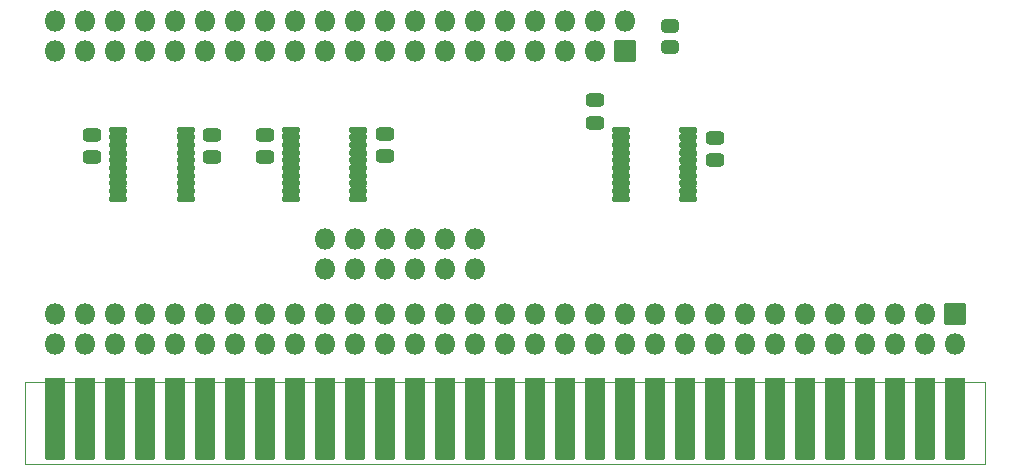
<source format=gbr>
G04 #@! TF.GenerationSoftware,KiCad,Pcbnew,(6.0.5-0)*
G04 #@! TF.CreationDate,2022-06-11T14:47:18-06:00*
G04 #@! TF.ProjectId,PiGUS,50694755-532e-46b6-9963-61645f706362,rev?*
G04 #@! TF.SameCoordinates,Original*
G04 #@! TF.FileFunction,Soldermask,Top*
G04 #@! TF.FilePolarity,Negative*
%FSLAX46Y46*%
G04 Gerber Fmt 4.6, Leading zero omitted, Abs format (unit mm)*
G04 Created by KiCad (PCBNEW (6.0.5-0)) date 2022-06-11 14:47:18*
%MOMM*%
%LPD*%
G01*
G04 APERTURE LIST*
G04 Aperture macros list*
%AMRoundRect*
0 Rectangle with rounded corners*
0 $1 Rounding radius*
0 $2 $3 $4 $5 $6 $7 $8 $9 X,Y pos of 4 corners*
0 Add a 4 corners polygon primitive as box body*
4,1,4,$2,$3,$4,$5,$6,$7,$8,$9,$2,$3,0*
0 Add four circle primitives for the rounded corners*
1,1,$1+$1,$2,$3*
1,1,$1+$1,$4,$5*
1,1,$1+$1,$6,$7*
1,1,$1+$1,$8,$9*
0 Add four rect primitives between the rounded corners*
20,1,$1+$1,$2,$3,$4,$5,0*
20,1,$1+$1,$4,$5,$6,$7,0*
20,1,$1+$1,$6,$7,$8,$9,0*
20,1,$1+$1,$8,$9,$2,$3,0*%
G04 Aperture macros list end*
%ADD10C,0.100000*%
%ADD11RoundRect,0.051000X-0.762000X-3.429000X0.762000X-3.429000X0.762000X3.429000X-0.762000X3.429000X0*%
%ADD12RoundRect,0.051000X-0.850000X0.850000X-0.850000X-0.850000X0.850000X-0.850000X0.850000X0.850000X0*%
%ADD13O,1.802000X1.802000*%
%ADD14RoundRect,0.301000X-0.450000X0.262500X-0.450000X-0.262500X0.450000X-0.262500X0.450000X0.262500X0*%
%ADD15RoundRect,0.151000X-0.637500X-0.100000X0.637500X-0.100000X0.637500X0.100000X-0.637500X0.100000X0*%
%ADD16RoundRect,0.301000X-0.475000X0.250000X-0.475000X-0.250000X0.475000X-0.250000X0.475000X0.250000X0*%
%ADD17RoundRect,0.301000X0.475000X-0.250000X0.475000X0.250000X-0.475000X0.250000X-0.475000X-0.250000X0*%
G04 APERTURE END LIST*
D10*
X89535000Y-86995000D02*
X170815000Y-86995000D01*
X170815000Y-86995000D02*
X170815000Y-86995000D01*
X170815000Y-86995000D02*
X89535000Y-86995000D01*
X89535000Y-86995000D02*
X89535000Y-86995000D01*
X89535000Y-93980000D02*
X89535000Y-93980000D01*
X89535000Y-93980000D02*
X89535000Y-86995000D01*
X89535000Y-86995000D02*
X89535000Y-86995000D01*
X89535000Y-86995000D02*
X89535000Y-93980000D01*
X170815000Y-86995000D02*
X170815000Y-86995000D01*
X170815000Y-86995000D02*
X170815000Y-93980000D01*
X170815000Y-93980000D02*
X170815000Y-93980000D01*
X170815000Y-93980000D02*
X170815000Y-86995000D01*
X170815000Y-93980000D02*
X89535000Y-93980000D01*
X89535000Y-93980000D02*
X89535000Y-93980000D01*
X89535000Y-93980000D02*
X170815000Y-93980000D01*
X170815000Y-93980000D02*
X170815000Y-93980000D01*
X89535000Y-86995000D02*
X170815000Y-86995000D01*
X170815000Y-86995000D02*
X170815000Y-86995000D01*
X170815000Y-86995000D02*
X89535000Y-86995000D01*
X89535000Y-86995000D02*
X89535000Y-86995000D01*
X89535000Y-93980000D02*
X89535000Y-93980000D01*
X89535000Y-93980000D02*
X89535000Y-86995000D01*
X89535000Y-86995000D02*
X89535000Y-86995000D01*
X89535000Y-86995000D02*
X89535000Y-93980000D01*
X170815000Y-86995000D02*
X170815000Y-86995000D01*
X170815000Y-86995000D02*
X170815000Y-93980000D01*
X170815000Y-93980000D02*
X170815000Y-93980000D01*
X170815000Y-93980000D02*
X170815000Y-86995000D01*
X170815000Y-93980000D02*
X89535000Y-93980000D01*
X89535000Y-93980000D02*
X89535000Y-93980000D01*
X89535000Y-93980000D02*
X170815000Y-93980000D01*
X170815000Y-93980000D02*
X170815000Y-93980000D01*
D11*
X168275000Y-90170000D03*
X165735000Y-90170000D03*
X163195000Y-90170000D03*
X160655000Y-90170000D03*
X158115000Y-90170000D03*
X155575000Y-90170000D03*
X153035000Y-90170000D03*
X150495000Y-90170000D03*
X147955000Y-90170000D03*
X145415000Y-90170000D03*
X142875000Y-90170000D03*
X140335000Y-90170000D03*
X137795000Y-90170000D03*
X135255000Y-90170000D03*
X132715000Y-90170000D03*
X130175000Y-90170000D03*
X127635000Y-90170000D03*
X125095000Y-90170000D03*
X122555000Y-90170000D03*
X120015000Y-90170000D03*
X117475000Y-90170000D03*
X114935000Y-90170000D03*
X112395000Y-90170000D03*
X109855000Y-90170000D03*
X107315000Y-90170000D03*
X104775000Y-90170000D03*
X102235000Y-90170000D03*
X99695000Y-90170000D03*
X97155000Y-90170000D03*
X94615000Y-90170000D03*
X92075000Y-90170000D03*
D12*
X140330000Y-59050000D03*
D13*
X140330000Y-56510000D03*
X137790000Y-59050000D03*
X137790000Y-56510000D03*
X135250000Y-59050000D03*
X135250000Y-56510000D03*
X132710000Y-59050000D03*
X132710000Y-56510000D03*
X130170000Y-59050000D03*
X130170000Y-56510000D03*
X127630000Y-59050000D03*
X127630000Y-56510000D03*
X125090000Y-59050000D03*
X125090000Y-56510000D03*
X122550000Y-59050000D03*
X122550000Y-56510000D03*
X120010000Y-59050000D03*
X120010000Y-56510000D03*
X117470000Y-59050000D03*
X117470000Y-56510000D03*
X114930000Y-59050000D03*
X114930000Y-56510000D03*
X112390000Y-59050000D03*
X112390000Y-56510000D03*
X109850000Y-59050000D03*
X109850000Y-56510000D03*
X107310000Y-59050000D03*
X107310000Y-56510000D03*
X104770000Y-59050000D03*
X104770000Y-56510000D03*
X102230000Y-59050000D03*
X102230000Y-56510000D03*
X99690000Y-59050000D03*
X99690000Y-56510000D03*
X97150000Y-59050000D03*
X97150000Y-56510000D03*
X94610000Y-59050000D03*
X94610000Y-56510000D03*
X92070000Y-59050000D03*
X92070000Y-56510000D03*
D14*
X144145000Y-56872500D03*
X144145000Y-58697500D03*
D15*
X112072500Y-65655000D03*
X112072500Y-66305000D03*
X112072500Y-66955000D03*
X112072500Y-67605000D03*
X112072500Y-68255000D03*
X112072500Y-68905000D03*
X112072500Y-69555000D03*
X112072500Y-70205000D03*
X112072500Y-70855000D03*
X112072500Y-71505000D03*
X117797500Y-71505000D03*
X117797500Y-70855000D03*
X117797500Y-70205000D03*
X117797500Y-69555000D03*
X117797500Y-68905000D03*
X117797500Y-68255000D03*
X117797500Y-67605000D03*
X117797500Y-66955000D03*
X117797500Y-66305000D03*
X117797500Y-65655000D03*
D16*
X109855000Y-66097500D03*
X109855000Y-67997500D03*
D15*
X97467500Y-65655000D03*
X97467500Y-66305000D03*
X97467500Y-66955000D03*
X97467500Y-67605000D03*
X97467500Y-68255000D03*
X97467500Y-68905000D03*
X97467500Y-69555000D03*
X97467500Y-70205000D03*
X97467500Y-70855000D03*
X97467500Y-71505000D03*
X103192500Y-71505000D03*
X103192500Y-70855000D03*
X103192500Y-70205000D03*
X103192500Y-69555000D03*
X103192500Y-68905000D03*
X103192500Y-68255000D03*
X103192500Y-67605000D03*
X103192500Y-66955000D03*
X103192500Y-66305000D03*
X103192500Y-65655000D03*
D16*
X120015000Y-66040000D03*
X120015000Y-67940000D03*
D15*
X140012500Y-65655000D03*
X140012500Y-66305000D03*
X140012500Y-66955000D03*
X140012500Y-67605000D03*
X140012500Y-68255000D03*
X140012500Y-68905000D03*
X140012500Y-69555000D03*
X140012500Y-70205000D03*
X140012500Y-70855000D03*
X140012500Y-71505000D03*
X145737500Y-71505000D03*
X145737500Y-70855000D03*
X145737500Y-70205000D03*
X145737500Y-69555000D03*
X145737500Y-68905000D03*
X145737500Y-68255000D03*
X145737500Y-67605000D03*
X145737500Y-66955000D03*
X145737500Y-66305000D03*
X145737500Y-65655000D03*
D16*
X105410000Y-66097500D03*
X105410000Y-67997500D03*
D13*
X114935000Y-77475000D03*
X114935000Y-74935000D03*
X117475000Y-77475000D03*
X117475000Y-74935000D03*
X120015000Y-77475000D03*
X120015000Y-74935000D03*
X122555000Y-77475000D03*
X122555000Y-74935000D03*
X125095000Y-77475000D03*
X125095000Y-74935000D03*
X127635000Y-77475000D03*
X127635000Y-74935000D03*
D16*
X95250000Y-66097500D03*
X95250000Y-67997500D03*
D17*
X137795000Y-65085000D03*
X137795000Y-63185000D03*
D12*
X168275000Y-81275000D03*
D13*
X165735000Y-81275000D03*
X163195000Y-81275000D03*
X160655000Y-81275000D03*
X158115000Y-81275000D03*
X155575000Y-81275000D03*
X153035000Y-81275000D03*
X150495000Y-81275000D03*
X147955000Y-81275000D03*
X145415000Y-81275000D03*
X142875000Y-81275000D03*
X140335000Y-81275000D03*
X137795000Y-81275000D03*
X135255000Y-81275000D03*
X132715000Y-81275000D03*
X130175000Y-81275000D03*
X127635000Y-81275000D03*
X125095000Y-81275000D03*
X122555000Y-81275000D03*
X120015000Y-81275000D03*
X117475000Y-81275000D03*
X114935000Y-81275000D03*
X112395000Y-81275000D03*
X109855000Y-81275000D03*
X107315000Y-81275000D03*
X104775000Y-81275000D03*
X102235000Y-81275000D03*
X99695000Y-81275000D03*
X97155000Y-81275000D03*
X94615000Y-81275000D03*
X92075000Y-81275000D03*
X168275000Y-83815000D03*
X165735000Y-83815000D03*
X163195000Y-83815000D03*
X160655000Y-83815000D03*
X158115000Y-83815000D03*
X155575000Y-83815000D03*
X153035000Y-83815000D03*
X150495000Y-83815000D03*
X147955000Y-83815000D03*
X145415000Y-83815000D03*
X142875000Y-83815000D03*
X140335000Y-83815000D03*
X137795000Y-83815000D03*
X135255000Y-83815000D03*
X132715000Y-83815000D03*
X130175000Y-83815000D03*
X127635000Y-83815000D03*
X125095000Y-83815000D03*
X122555000Y-83815000D03*
X120015000Y-83815000D03*
X117475000Y-83815000D03*
X114935000Y-83815000D03*
X112395000Y-83815000D03*
X109855000Y-83815000D03*
X107315000Y-83815000D03*
X104775000Y-83815000D03*
X102235000Y-83815000D03*
X99695000Y-83815000D03*
X97155000Y-83815000D03*
X94615000Y-83815000D03*
X92075000Y-83815000D03*
D16*
X147955000Y-66360000D03*
X147955000Y-68260000D03*
G36*
X98182587Y-71082477D02*
G01*
X98182126Y-71083891D01*
X98142803Y-71130944D01*
X98134170Y-71199660D01*
X98164133Y-71262289D01*
X98172803Y-71269800D01*
X98173457Y-71271690D01*
X98172147Y-71273202D01*
X98170382Y-71272975D01*
X98162006Y-71267379D01*
X98104801Y-71256000D01*
X96830199Y-71256000D01*
X96772994Y-71267379D01*
X96755520Y-71279055D01*
X96753524Y-71279186D01*
X96752413Y-71277523D01*
X96752874Y-71276109D01*
X96792197Y-71229056D01*
X96800830Y-71160340D01*
X96770867Y-71097711D01*
X96762197Y-71090200D01*
X96761543Y-71088310D01*
X96762853Y-71086798D01*
X96764618Y-71087025D01*
X96772994Y-71092621D01*
X96830199Y-71104000D01*
X98104801Y-71104000D01*
X98162006Y-71092621D01*
X98179480Y-71080945D01*
X98181476Y-71080814D01*
X98182587Y-71082477D01*
G37*
G36*
X146452587Y-71082477D02*
G01*
X146452126Y-71083891D01*
X146412803Y-71130944D01*
X146404170Y-71199660D01*
X146434133Y-71262289D01*
X146442803Y-71269800D01*
X146443457Y-71271690D01*
X146442147Y-71273202D01*
X146440382Y-71272975D01*
X146432006Y-71267379D01*
X146374801Y-71256000D01*
X145100199Y-71256000D01*
X145042994Y-71267379D01*
X145025520Y-71279055D01*
X145023524Y-71279186D01*
X145022413Y-71277523D01*
X145022874Y-71276109D01*
X145062197Y-71229056D01*
X145070830Y-71160340D01*
X145040867Y-71097711D01*
X145032197Y-71090200D01*
X145031543Y-71088310D01*
X145032853Y-71086798D01*
X145034618Y-71087025D01*
X145042994Y-71092621D01*
X145100199Y-71104000D01*
X146374801Y-71104000D01*
X146432006Y-71092621D01*
X146449480Y-71080945D01*
X146451476Y-71080814D01*
X146452587Y-71082477D01*
G37*
G36*
X118512587Y-71082477D02*
G01*
X118512126Y-71083891D01*
X118472803Y-71130944D01*
X118464170Y-71199660D01*
X118494133Y-71262289D01*
X118502803Y-71269800D01*
X118503457Y-71271690D01*
X118502147Y-71273202D01*
X118500382Y-71272975D01*
X118492006Y-71267379D01*
X118434801Y-71256000D01*
X117160199Y-71256000D01*
X117102994Y-71267379D01*
X117085520Y-71279055D01*
X117083524Y-71279186D01*
X117082413Y-71277523D01*
X117082874Y-71276109D01*
X117122197Y-71229056D01*
X117130830Y-71160340D01*
X117100867Y-71097711D01*
X117092197Y-71090200D01*
X117091543Y-71088310D01*
X117092853Y-71086798D01*
X117094618Y-71087025D01*
X117102994Y-71092621D01*
X117160199Y-71104000D01*
X118434801Y-71104000D01*
X118492006Y-71092621D01*
X118509480Y-71080945D01*
X118511476Y-71080814D01*
X118512587Y-71082477D01*
G37*
G36*
X112787587Y-71082477D02*
G01*
X112787126Y-71083891D01*
X112747803Y-71130944D01*
X112739170Y-71199660D01*
X112769133Y-71262289D01*
X112777803Y-71269800D01*
X112778457Y-71271690D01*
X112777147Y-71273202D01*
X112775382Y-71272975D01*
X112767006Y-71267379D01*
X112709801Y-71256000D01*
X111435199Y-71256000D01*
X111377994Y-71267379D01*
X111360520Y-71279055D01*
X111358524Y-71279186D01*
X111357413Y-71277523D01*
X111357874Y-71276109D01*
X111397197Y-71229056D01*
X111405830Y-71160340D01*
X111375867Y-71097711D01*
X111367197Y-71090200D01*
X111366543Y-71088310D01*
X111367853Y-71086798D01*
X111369618Y-71087025D01*
X111377994Y-71092621D01*
X111435199Y-71104000D01*
X112709801Y-71104000D01*
X112767006Y-71092621D01*
X112784480Y-71080945D01*
X112786476Y-71080814D01*
X112787587Y-71082477D01*
G37*
G36*
X140727587Y-71082477D02*
G01*
X140727126Y-71083891D01*
X140687803Y-71130944D01*
X140679170Y-71199660D01*
X140709133Y-71262289D01*
X140717803Y-71269800D01*
X140718457Y-71271690D01*
X140717147Y-71273202D01*
X140715382Y-71272975D01*
X140707006Y-71267379D01*
X140649801Y-71256000D01*
X139375199Y-71256000D01*
X139317994Y-71267379D01*
X139300520Y-71279055D01*
X139298524Y-71279186D01*
X139297413Y-71277523D01*
X139297874Y-71276109D01*
X139337197Y-71229056D01*
X139345830Y-71160340D01*
X139315867Y-71097711D01*
X139307197Y-71090200D01*
X139306543Y-71088310D01*
X139307853Y-71086798D01*
X139309618Y-71087025D01*
X139317994Y-71092621D01*
X139375199Y-71104000D01*
X140649801Y-71104000D01*
X140707006Y-71092621D01*
X140724480Y-71080945D01*
X140726476Y-71080814D01*
X140727587Y-71082477D01*
G37*
G36*
X103907587Y-71082477D02*
G01*
X103907126Y-71083891D01*
X103867803Y-71130944D01*
X103859170Y-71199660D01*
X103889133Y-71262289D01*
X103897803Y-71269800D01*
X103898457Y-71271690D01*
X103897147Y-71273202D01*
X103895382Y-71272975D01*
X103887006Y-71267379D01*
X103829801Y-71256000D01*
X102555199Y-71256000D01*
X102497994Y-71267379D01*
X102480520Y-71279055D01*
X102478524Y-71279186D01*
X102477413Y-71277523D01*
X102477874Y-71276109D01*
X102517197Y-71229056D01*
X102525830Y-71160340D01*
X102495867Y-71097711D01*
X102487197Y-71090200D01*
X102486543Y-71088310D01*
X102487853Y-71086798D01*
X102489618Y-71087025D01*
X102497994Y-71092621D01*
X102555199Y-71104000D01*
X103829801Y-71104000D01*
X103887006Y-71092621D01*
X103904480Y-71080945D01*
X103906476Y-71080814D01*
X103907587Y-71082477D01*
G37*
G36*
X118512587Y-70432477D02*
G01*
X118512126Y-70433891D01*
X118472803Y-70480944D01*
X118464170Y-70549660D01*
X118494133Y-70612289D01*
X118502803Y-70619800D01*
X118503457Y-70621690D01*
X118502147Y-70623202D01*
X118500382Y-70622975D01*
X118492006Y-70617379D01*
X118434801Y-70606000D01*
X117160199Y-70606000D01*
X117102994Y-70617379D01*
X117085520Y-70629055D01*
X117083524Y-70629186D01*
X117082413Y-70627523D01*
X117082874Y-70626109D01*
X117122197Y-70579056D01*
X117130830Y-70510340D01*
X117100867Y-70447711D01*
X117092197Y-70440200D01*
X117091543Y-70438310D01*
X117092853Y-70436798D01*
X117094618Y-70437025D01*
X117102994Y-70442621D01*
X117160199Y-70454000D01*
X118434801Y-70454000D01*
X118492006Y-70442621D01*
X118509480Y-70430945D01*
X118511476Y-70430814D01*
X118512587Y-70432477D01*
G37*
G36*
X112787587Y-70432477D02*
G01*
X112787126Y-70433891D01*
X112747803Y-70480944D01*
X112739170Y-70549660D01*
X112769133Y-70612289D01*
X112777803Y-70619800D01*
X112778457Y-70621690D01*
X112777147Y-70623202D01*
X112775382Y-70622975D01*
X112767006Y-70617379D01*
X112709801Y-70606000D01*
X111435199Y-70606000D01*
X111377994Y-70617379D01*
X111360520Y-70629055D01*
X111358524Y-70629186D01*
X111357413Y-70627523D01*
X111357874Y-70626109D01*
X111397197Y-70579056D01*
X111405830Y-70510340D01*
X111375867Y-70447711D01*
X111367197Y-70440200D01*
X111366543Y-70438310D01*
X111367853Y-70436798D01*
X111369618Y-70437025D01*
X111377994Y-70442621D01*
X111435199Y-70454000D01*
X112709801Y-70454000D01*
X112767006Y-70442621D01*
X112784480Y-70430945D01*
X112786476Y-70430814D01*
X112787587Y-70432477D01*
G37*
G36*
X140727587Y-70432477D02*
G01*
X140727126Y-70433891D01*
X140687803Y-70480944D01*
X140679170Y-70549660D01*
X140709133Y-70612289D01*
X140717803Y-70619800D01*
X140718457Y-70621690D01*
X140717147Y-70623202D01*
X140715382Y-70622975D01*
X140707006Y-70617379D01*
X140649801Y-70606000D01*
X139375199Y-70606000D01*
X139317994Y-70617379D01*
X139300520Y-70629055D01*
X139298524Y-70629186D01*
X139297413Y-70627523D01*
X139297874Y-70626109D01*
X139337197Y-70579056D01*
X139345830Y-70510340D01*
X139315867Y-70447711D01*
X139307197Y-70440200D01*
X139306543Y-70438310D01*
X139307853Y-70436798D01*
X139309618Y-70437025D01*
X139317994Y-70442621D01*
X139375199Y-70454000D01*
X140649801Y-70454000D01*
X140707006Y-70442621D01*
X140724480Y-70430945D01*
X140726476Y-70430814D01*
X140727587Y-70432477D01*
G37*
G36*
X98182587Y-70432477D02*
G01*
X98182126Y-70433891D01*
X98142803Y-70480944D01*
X98134170Y-70549660D01*
X98164133Y-70612289D01*
X98172803Y-70619800D01*
X98173457Y-70621690D01*
X98172147Y-70623202D01*
X98170382Y-70622975D01*
X98162006Y-70617379D01*
X98104801Y-70606000D01*
X96830199Y-70606000D01*
X96772994Y-70617379D01*
X96755520Y-70629055D01*
X96753524Y-70629186D01*
X96752413Y-70627523D01*
X96752874Y-70626109D01*
X96792197Y-70579056D01*
X96800830Y-70510340D01*
X96770867Y-70447711D01*
X96762197Y-70440200D01*
X96761543Y-70438310D01*
X96762853Y-70436798D01*
X96764618Y-70437025D01*
X96772994Y-70442621D01*
X96830199Y-70454000D01*
X98104801Y-70454000D01*
X98162006Y-70442621D01*
X98179480Y-70430945D01*
X98181476Y-70430814D01*
X98182587Y-70432477D01*
G37*
G36*
X103907587Y-70432477D02*
G01*
X103907126Y-70433891D01*
X103867803Y-70480944D01*
X103859170Y-70549660D01*
X103889133Y-70612289D01*
X103897803Y-70619800D01*
X103898457Y-70621690D01*
X103897147Y-70623202D01*
X103895382Y-70622975D01*
X103887006Y-70617379D01*
X103829801Y-70606000D01*
X102555199Y-70606000D01*
X102497994Y-70617379D01*
X102480520Y-70629055D01*
X102478524Y-70629186D01*
X102477413Y-70627523D01*
X102477874Y-70626109D01*
X102517197Y-70579056D01*
X102525830Y-70510340D01*
X102495867Y-70447711D01*
X102487197Y-70440200D01*
X102486543Y-70438310D01*
X102487853Y-70436798D01*
X102489618Y-70437025D01*
X102497994Y-70442621D01*
X102555199Y-70454000D01*
X103829801Y-70454000D01*
X103887006Y-70442621D01*
X103904480Y-70430945D01*
X103906476Y-70430814D01*
X103907587Y-70432477D01*
G37*
G36*
X146452587Y-70432477D02*
G01*
X146452126Y-70433891D01*
X146412803Y-70480944D01*
X146404170Y-70549660D01*
X146434133Y-70612289D01*
X146442803Y-70619800D01*
X146443457Y-70621690D01*
X146442147Y-70623202D01*
X146440382Y-70622975D01*
X146432006Y-70617379D01*
X146374801Y-70606000D01*
X145100199Y-70606000D01*
X145042994Y-70617379D01*
X145025520Y-70629055D01*
X145023524Y-70629186D01*
X145022413Y-70627523D01*
X145022874Y-70626109D01*
X145062197Y-70579056D01*
X145070830Y-70510340D01*
X145040867Y-70447711D01*
X145032197Y-70440200D01*
X145031543Y-70438310D01*
X145032853Y-70436798D01*
X145034618Y-70437025D01*
X145042994Y-70442621D01*
X145100199Y-70454000D01*
X146374801Y-70454000D01*
X146432006Y-70442621D01*
X146449480Y-70430945D01*
X146451476Y-70430814D01*
X146452587Y-70432477D01*
G37*
G36*
X146452587Y-69782477D02*
G01*
X146452126Y-69783891D01*
X146412803Y-69830944D01*
X146404170Y-69899660D01*
X146434133Y-69962289D01*
X146442803Y-69969800D01*
X146443457Y-69971690D01*
X146442147Y-69973202D01*
X146440382Y-69972975D01*
X146432006Y-69967379D01*
X146374801Y-69956000D01*
X145100199Y-69956000D01*
X145042994Y-69967379D01*
X145025520Y-69979055D01*
X145023524Y-69979186D01*
X145022413Y-69977523D01*
X145022874Y-69976109D01*
X145062197Y-69929056D01*
X145070830Y-69860340D01*
X145040867Y-69797711D01*
X145032197Y-69790200D01*
X145031543Y-69788310D01*
X145032853Y-69786798D01*
X145034618Y-69787025D01*
X145042994Y-69792621D01*
X145100199Y-69804000D01*
X146374801Y-69804000D01*
X146432006Y-69792621D01*
X146449480Y-69780945D01*
X146451476Y-69780814D01*
X146452587Y-69782477D01*
G37*
G36*
X140727587Y-69782477D02*
G01*
X140727126Y-69783891D01*
X140687803Y-69830944D01*
X140679170Y-69899660D01*
X140709133Y-69962289D01*
X140717803Y-69969800D01*
X140718457Y-69971690D01*
X140717147Y-69973202D01*
X140715382Y-69972975D01*
X140707006Y-69967379D01*
X140649801Y-69956000D01*
X139375199Y-69956000D01*
X139317994Y-69967379D01*
X139300520Y-69979055D01*
X139298524Y-69979186D01*
X139297413Y-69977523D01*
X139297874Y-69976109D01*
X139337197Y-69929056D01*
X139345830Y-69860340D01*
X139315867Y-69797711D01*
X139307197Y-69790200D01*
X139306543Y-69788310D01*
X139307853Y-69786798D01*
X139309618Y-69787025D01*
X139317994Y-69792621D01*
X139375199Y-69804000D01*
X140649801Y-69804000D01*
X140707006Y-69792621D01*
X140724480Y-69780945D01*
X140726476Y-69780814D01*
X140727587Y-69782477D01*
G37*
G36*
X118512587Y-69782477D02*
G01*
X118512126Y-69783891D01*
X118472803Y-69830944D01*
X118464170Y-69899660D01*
X118494133Y-69962289D01*
X118502803Y-69969800D01*
X118503457Y-69971690D01*
X118502147Y-69973202D01*
X118500382Y-69972975D01*
X118492006Y-69967379D01*
X118434801Y-69956000D01*
X117160199Y-69956000D01*
X117102994Y-69967379D01*
X117085520Y-69979055D01*
X117083524Y-69979186D01*
X117082413Y-69977523D01*
X117082874Y-69976109D01*
X117122197Y-69929056D01*
X117130830Y-69860340D01*
X117100867Y-69797711D01*
X117092197Y-69790200D01*
X117091543Y-69788310D01*
X117092853Y-69786798D01*
X117094618Y-69787025D01*
X117102994Y-69792621D01*
X117160199Y-69804000D01*
X118434801Y-69804000D01*
X118492006Y-69792621D01*
X118509480Y-69780945D01*
X118511476Y-69780814D01*
X118512587Y-69782477D01*
G37*
G36*
X98182587Y-69782477D02*
G01*
X98182126Y-69783891D01*
X98142803Y-69830944D01*
X98134170Y-69899660D01*
X98164133Y-69962289D01*
X98172803Y-69969800D01*
X98173457Y-69971690D01*
X98172147Y-69973202D01*
X98170382Y-69972975D01*
X98162006Y-69967379D01*
X98104801Y-69956000D01*
X96830199Y-69956000D01*
X96772994Y-69967379D01*
X96755520Y-69979055D01*
X96753524Y-69979186D01*
X96752413Y-69977523D01*
X96752874Y-69976109D01*
X96792197Y-69929056D01*
X96800830Y-69860340D01*
X96770867Y-69797711D01*
X96762197Y-69790200D01*
X96761543Y-69788310D01*
X96762853Y-69786798D01*
X96764618Y-69787025D01*
X96772994Y-69792621D01*
X96830199Y-69804000D01*
X98104801Y-69804000D01*
X98162006Y-69792621D01*
X98179480Y-69780945D01*
X98181476Y-69780814D01*
X98182587Y-69782477D01*
G37*
G36*
X112787587Y-69782477D02*
G01*
X112787126Y-69783891D01*
X112747803Y-69830944D01*
X112739170Y-69899660D01*
X112769133Y-69962289D01*
X112777803Y-69969800D01*
X112778457Y-69971690D01*
X112777147Y-69973202D01*
X112775382Y-69972975D01*
X112767006Y-69967379D01*
X112709801Y-69956000D01*
X111435199Y-69956000D01*
X111377994Y-69967379D01*
X111360520Y-69979055D01*
X111358524Y-69979186D01*
X111357413Y-69977523D01*
X111357874Y-69976109D01*
X111397197Y-69929056D01*
X111405830Y-69860340D01*
X111375867Y-69797711D01*
X111367197Y-69790200D01*
X111366543Y-69788310D01*
X111367853Y-69786798D01*
X111369618Y-69787025D01*
X111377994Y-69792621D01*
X111435199Y-69804000D01*
X112709801Y-69804000D01*
X112767006Y-69792621D01*
X112784480Y-69780945D01*
X112786476Y-69780814D01*
X112787587Y-69782477D01*
G37*
G36*
X103907587Y-69782477D02*
G01*
X103907126Y-69783891D01*
X103867803Y-69830944D01*
X103859170Y-69899660D01*
X103889133Y-69962289D01*
X103897803Y-69969800D01*
X103898457Y-69971690D01*
X103897147Y-69973202D01*
X103895382Y-69972975D01*
X103887006Y-69967379D01*
X103829801Y-69956000D01*
X102555199Y-69956000D01*
X102497994Y-69967379D01*
X102480520Y-69979055D01*
X102478524Y-69979186D01*
X102477413Y-69977523D01*
X102477874Y-69976109D01*
X102517197Y-69929056D01*
X102525830Y-69860340D01*
X102495867Y-69797711D01*
X102487197Y-69790200D01*
X102486543Y-69788310D01*
X102487853Y-69786798D01*
X102489618Y-69787025D01*
X102497994Y-69792621D01*
X102555199Y-69804000D01*
X103829801Y-69804000D01*
X103887006Y-69792621D01*
X103904480Y-69780945D01*
X103906476Y-69780814D01*
X103907587Y-69782477D01*
G37*
G36*
X140727587Y-69132477D02*
G01*
X140727126Y-69133891D01*
X140687803Y-69180944D01*
X140679170Y-69249660D01*
X140709133Y-69312289D01*
X140717803Y-69319800D01*
X140718457Y-69321690D01*
X140717147Y-69323202D01*
X140715382Y-69322975D01*
X140707006Y-69317379D01*
X140649801Y-69306000D01*
X139375199Y-69306000D01*
X139317994Y-69317379D01*
X139300520Y-69329055D01*
X139298524Y-69329186D01*
X139297413Y-69327523D01*
X139297874Y-69326109D01*
X139337197Y-69279056D01*
X139345830Y-69210340D01*
X139315867Y-69147711D01*
X139307197Y-69140200D01*
X139306543Y-69138310D01*
X139307853Y-69136798D01*
X139309618Y-69137025D01*
X139317994Y-69142621D01*
X139375199Y-69154000D01*
X140649801Y-69154000D01*
X140707006Y-69142621D01*
X140724480Y-69130945D01*
X140726476Y-69130814D01*
X140727587Y-69132477D01*
G37*
G36*
X103907587Y-69132477D02*
G01*
X103907126Y-69133891D01*
X103867803Y-69180944D01*
X103859170Y-69249660D01*
X103889133Y-69312289D01*
X103897803Y-69319800D01*
X103898457Y-69321690D01*
X103897147Y-69323202D01*
X103895382Y-69322975D01*
X103887006Y-69317379D01*
X103829801Y-69306000D01*
X102555199Y-69306000D01*
X102497994Y-69317379D01*
X102480520Y-69329055D01*
X102478524Y-69329186D01*
X102477413Y-69327523D01*
X102477874Y-69326109D01*
X102517197Y-69279056D01*
X102525830Y-69210340D01*
X102495867Y-69147711D01*
X102487197Y-69140200D01*
X102486543Y-69138310D01*
X102487853Y-69136798D01*
X102489618Y-69137025D01*
X102497994Y-69142621D01*
X102555199Y-69154000D01*
X103829801Y-69154000D01*
X103887006Y-69142621D01*
X103904480Y-69130945D01*
X103906476Y-69130814D01*
X103907587Y-69132477D01*
G37*
G36*
X146452587Y-69132477D02*
G01*
X146452126Y-69133891D01*
X146412803Y-69180944D01*
X146404170Y-69249660D01*
X146434133Y-69312289D01*
X146442803Y-69319800D01*
X146443457Y-69321690D01*
X146442147Y-69323202D01*
X146440382Y-69322975D01*
X146432006Y-69317379D01*
X146374801Y-69306000D01*
X145100199Y-69306000D01*
X145042994Y-69317379D01*
X145025520Y-69329055D01*
X145023524Y-69329186D01*
X145022413Y-69327523D01*
X145022874Y-69326109D01*
X145062197Y-69279056D01*
X145070830Y-69210340D01*
X145040867Y-69147711D01*
X145032197Y-69140200D01*
X145031543Y-69138310D01*
X145032853Y-69136798D01*
X145034618Y-69137025D01*
X145042994Y-69142621D01*
X145100199Y-69154000D01*
X146374801Y-69154000D01*
X146432006Y-69142621D01*
X146449480Y-69130945D01*
X146451476Y-69130814D01*
X146452587Y-69132477D01*
G37*
G36*
X112787587Y-69132477D02*
G01*
X112787126Y-69133891D01*
X112747803Y-69180944D01*
X112739170Y-69249660D01*
X112769133Y-69312289D01*
X112777803Y-69319800D01*
X112778457Y-69321690D01*
X112777147Y-69323202D01*
X112775382Y-69322975D01*
X112767006Y-69317379D01*
X112709801Y-69306000D01*
X111435199Y-69306000D01*
X111377994Y-69317379D01*
X111360520Y-69329055D01*
X111358524Y-69329186D01*
X111357413Y-69327523D01*
X111357874Y-69326109D01*
X111397197Y-69279056D01*
X111405830Y-69210340D01*
X111375867Y-69147711D01*
X111367197Y-69140200D01*
X111366543Y-69138310D01*
X111367853Y-69136798D01*
X111369618Y-69137025D01*
X111377994Y-69142621D01*
X111435199Y-69154000D01*
X112709801Y-69154000D01*
X112767006Y-69142621D01*
X112784480Y-69130945D01*
X112786476Y-69130814D01*
X112787587Y-69132477D01*
G37*
G36*
X118512587Y-69132477D02*
G01*
X118512126Y-69133891D01*
X118472803Y-69180944D01*
X118464170Y-69249660D01*
X118494133Y-69312289D01*
X118502803Y-69319800D01*
X118503457Y-69321690D01*
X118502147Y-69323202D01*
X118500382Y-69322975D01*
X118492006Y-69317379D01*
X118434801Y-69306000D01*
X117160199Y-69306000D01*
X117102994Y-69317379D01*
X117085520Y-69329055D01*
X117083524Y-69329186D01*
X117082413Y-69327523D01*
X117082874Y-69326109D01*
X117122197Y-69279056D01*
X117130830Y-69210340D01*
X117100867Y-69147711D01*
X117092197Y-69140200D01*
X117091543Y-69138310D01*
X117092853Y-69136798D01*
X117094618Y-69137025D01*
X117102994Y-69142621D01*
X117160199Y-69154000D01*
X118434801Y-69154000D01*
X118492006Y-69142621D01*
X118509480Y-69130945D01*
X118511476Y-69130814D01*
X118512587Y-69132477D01*
G37*
G36*
X98182587Y-69132477D02*
G01*
X98182126Y-69133891D01*
X98142803Y-69180944D01*
X98134170Y-69249660D01*
X98164133Y-69312289D01*
X98172803Y-69319800D01*
X98173457Y-69321690D01*
X98172147Y-69323202D01*
X98170382Y-69322975D01*
X98162006Y-69317379D01*
X98104801Y-69306000D01*
X96830199Y-69306000D01*
X96772994Y-69317379D01*
X96755520Y-69329055D01*
X96753524Y-69329186D01*
X96752413Y-69327523D01*
X96752874Y-69326109D01*
X96792197Y-69279056D01*
X96800830Y-69210340D01*
X96770867Y-69147711D01*
X96762197Y-69140200D01*
X96761543Y-69138310D01*
X96762853Y-69136798D01*
X96764618Y-69137025D01*
X96772994Y-69142621D01*
X96830199Y-69154000D01*
X98104801Y-69154000D01*
X98162006Y-69142621D01*
X98179480Y-69130945D01*
X98181476Y-69130814D01*
X98182587Y-69132477D01*
G37*
G36*
X146452587Y-68482477D02*
G01*
X146452126Y-68483891D01*
X146412803Y-68530944D01*
X146404170Y-68599660D01*
X146434133Y-68662289D01*
X146442803Y-68669800D01*
X146443457Y-68671690D01*
X146442147Y-68673202D01*
X146440382Y-68672975D01*
X146432006Y-68667379D01*
X146374801Y-68656000D01*
X145100199Y-68656000D01*
X145042994Y-68667379D01*
X145025520Y-68679055D01*
X145023524Y-68679186D01*
X145022413Y-68677523D01*
X145022874Y-68676109D01*
X145062197Y-68629056D01*
X145070830Y-68560340D01*
X145040867Y-68497711D01*
X145032197Y-68490200D01*
X145031543Y-68488310D01*
X145032853Y-68486798D01*
X145034618Y-68487025D01*
X145042994Y-68492621D01*
X145100199Y-68504000D01*
X146374801Y-68504000D01*
X146432006Y-68492621D01*
X146449480Y-68480945D01*
X146451476Y-68480814D01*
X146452587Y-68482477D01*
G37*
G36*
X140727587Y-68482477D02*
G01*
X140727126Y-68483891D01*
X140687803Y-68530944D01*
X140679170Y-68599660D01*
X140709133Y-68662289D01*
X140717803Y-68669800D01*
X140718457Y-68671690D01*
X140717147Y-68673202D01*
X140715382Y-68672975D01*
X140707006Y-68667379D01*
X140649801Y-68656000D01*
X139375199Y-68656000D01*
X139317994Y-68667379D01*
X139300520Y-68679055D01*
X139298524Y-68679186D01*
X139297413Y-68677523D01*
X139297874Y-68676109D01*
X139337197Y-68629056D01*
X139345830Y-68560340D01*
X139315867Y-68497711D01*
X139307197Y-68490200D01*
X139306543Y-68488310D01*
X139307853Y-68486798D01*
X139309618Y-68487025D01*
X139317994Y-68492621D01*
X139375199Y-68504000D01*
X140649801Y-68504000D01*
X140707006Y-68492621D01*
X140724480Y-68480945D01*
X140726476Y-68480814D01*
X140727587Y-68482477D01*
G37*
G36*
X118512587Y-68482477D02*
G01*
X118512126Y-68483891D01*
X118472803Y-68530944D01*
X118464170Y-68599660D01*
X118494133Y-68662289D01*
X118502803Y-68669800D01*
X118503457Y-68671690D01*
X118502147Y-68673202D01*
X118500382Y-68672975D01*
X118492006Y-68667379D01*
X118434801Y-68656000D01*
X117160199Y-68656000D01*
X117102994Y-68667379D01*
X117085520Y-68679055D01*
X117083524Y-68679186D01*
X117082413Y-68677523D01*
X117082874Y-68676109D01*
X117122197Y-68629056D01*
X117130830Y-68560340D01*
X117100867Y-68497711D01*
X117092197Y-68490200D01*
X117091543Y-68488310D01*
X117092853Y-68486798D01*
X117094618Y-68487025D01*
X117102994Y-68492621D01*
X117160199Y-68504000D01*
X118434801Y-68504000D01*
X118492006Y-68492621D01*
X118509480Y-68480945D01*
X118511476Y-68480814D01*
X118512587Y-68482477D01*
G37*
G36*
X98182587Y-68482477D02*
G01*
X98182126Y-68483891D01*
X98142803Y-68530944D01*
X98134170Y-68599660D01*
X98164133Y-68662289D01*
X98172803Y-68669800D01*
X98173457Y-68671690D01*
X98172147Y-68673202D01*
X98170382Y-68672975D01*
X98162006Y-68667379D01*
X98104801Y-68656000D01*
X96830199Y-68656000D01*
X96772994Y-68667379D01*
X96755520Y-68679055D01*
X96753524Y-68679186D01*
X96752413Y-68677523D01*
X96752874Y-68676109D01*
X96792197Y-68629056D01*
X96800830Y-68560340D01*
X96770867Y-68497711D01*
X96762197Y-68490200D01*
X96761543Y-68488310D01*
X96762853Y-68486798D01*
X96764618Y-68487025D01*
X96772994Y-68492621D01*
X96830199Y-68504000D01*
X98104801Y-68504000D01*
X98162006Y-68492621D01*
X98179480Y-68480945D01*
X98181476Y-68480814D01*
X98182587Y-68482477D01*
G37*
G36*
X103907587Y-68482477D02*
G01*
X103907126Y-68483891D01*
X103867803Y-68530944D01*
X103859170Y-68599660D01*
X103889133Y-68662289D01*
X103897803Y-68669800D01*
X103898457Y-68671690D01*
X103897147Y-68673202D01*
X103895382Y-68672975D01*
X103887006Y-68667379D01*
X103829801Y-68656000D01*
X102555199Y-68656000D01*
X102497994Y-68667379D01*
X102480520Y-68679055D01*
X102478524Y-68679186D01*
X102477413Y-68677523D01*
X102477874Y-68676109D01*
X102517197Y-68629056D01*
X102525830Y-68560340D01*
X102495867Y-68497711D01*
X102487197Y-68490200D01*
X102486543Y-68488310D01*
X102487853Y-68486798D01*
X102489618Y-68487025D01*
X102497994Y-68492621D01*
X102555199Y-68504000D01*
X103829801Y-68504000D01*
X103887006Y-68492621D01*
X103904480Y-68480945D01*
X103906476Y-68480814D01*
X103907587Y-68482477D01*
G37*
G36*
X112787587Y-68482477D02*
G01*
X112787126Y-68483891D01*
X112747803Y-68530944D01*
X112739170Y-68599660D01*
X112769133Y-68662289D01*
X112777803Y-68669800D01*
X112778457Y-68671690D01*
X112777147Y-68673202D01*
X112775382Y-68672975D01*
X112767006Y-68667379D01*
X112709801Y-68656000D01*
X111435199Y-68656000D01*
X111377994Y-68667379D01*
X111360520Y-68679055D01*
X111358524Y-68679186D01*
X111357413Y-68677523D01*
X111357874Y-68676109D01*
X111397197Y-68629056D01*
X111405830Y-68560340D01*
X111375867Y-68497711D01*
X111367197Y-68490200D01*
X111366543Y-68488310D01*
X111367853Y-68486798D01*
X111369618Y-68487025D01*
X111377994Y-68492621D01*
X111435199Y-68504000D01*
X112709801Y-68504000D01*
X112767006Y-68492621D01*
X112784480Y-68480945D01*
X112786476Y-68480814D01*
X112787587Y-68482477D01*
G37*
G36*
X146452587Y-67832477D02*
G01*
X146452126Y-67833891D01*
X146412803Y-67880944D01*
X146404170Y-67949660D01*
X146434133Y-68012289D01*
X146442803Y-68019800D01*
X146443457Y-68021690D01*
X146442147Y-68023202D01*
X146440382Y-68022975D01*
X146432006Y-68017379D01*
X146374801Y-68006000D01*
X145100199Y-68006000D01*
X145042994Y-68017379D01*
X145025520Y-68029055D01*
X145023524Y-68029186D01*
X145022413Y-68027523D01*
X145022874Y-68026109D01*
X145062197Y-67979056D01*
X145070830Y-67910340D01*
X145040867Y-67847711D01*
X145032197Y-67840200D01*
X145031543Y-67838310D01*
X145032853Y-67836798D01*
X145034618Y-67837025D01*
X145042994Y-67842621D01*
X145100199Y-67854000D01*
X146374801Y-67854000D01*
X146432006Y-67842621D01*
X146449480Y-67830945D01*
X146451476Y-67830814D01*
X146452587Y-67832477D01*
G37*
G36*
X103907587Y-67832477D02*
G01*
X103907126Y-67833891D01*
X103867803Y-67880944D01*
X103859170Y-67949660D01*
X103889133Y-68012289D01*
X103897803Y-68019800D01*
X103898457Y-68021690D01*
X103897147Y-68023202D01*
X103895382Y-68022975D01*
X103887006Y-68017379D01*
X103829801Y-68006000D01*
X102555199Y-68006000D01*
X102497994Y-68017379D01*
X102480520Y-68029055D01*
X102478524Y-68029186D01*
X102477413Y-68027523D01*
X102477874Y-68026109D01*
X102517197Y-67979056D01*
X102525830Y-67910340D01*
X102495867Y-67847711D01*
X102487197Y-67840200D01*
X102486543Y-67838310D01*
X102487853Y-67836798D01*
X102489618Y-67837025D01*
X102497994Y-67842621D01*
X102555199Y-67854000D01*
X103829801Y-67854000D01*
X103887006Y-67842621D01*
X103904480Y-67830945D01*
X103906476Y-67830814D01*
X103907587Y-67832477D01*
G37*
G36*
X140727587Y-67832477D02*
G01*
X140727126Y-67833891D01*
X140687803Y-67880944D01*
X140679170Y-67949660D01*
X140709133Y-68012289D01*
X140717803Y-68019800D01*
X140718457Y-68021690D01*
X140717147Y-68023202D01*
X140715382Y-68022975D01*
X140707006Y-68017379D01*
X140649801Y-68006000D01*
X139375199Y-68006000D01*
X139317994Y-68017379D01*
X139300520Y-68029055D01*
X139298524Y-68029186D01*
X139297413Y-68027523D01*
X139297874Y-68026109D01*
X139337197Y-67979056D01*
X139345830Y-67910340D01*
X139315867Y-67847711D01*
X139307197Y-67840200D01*
X139306543Y-67838310D01*
X139307853Y-67836798D01*
X139309618Y-67837025D01*
X139317994Y-67842621D01*
X139375199Y-67854000D01*
X140649801Y-67854000D01*
X140707006Y-67842621D01*
X140724480Y-67830945D01*
X140726476Y-67830814D01*
X140727587Y-67832477D01*
G37*
G36*
X118512587Y-67832477D02*
G01*
X118512126Y-67833891D01*
X118472803Y-67880944D01*
X118464170Y-67949660D01*
X118494133Y-68012289D01*
X118502803Y-68019800D01*
X118503457Y-68021690D01*
X118502147Y-68023202D01*
X118500382Y-68022975D01*
X118492006Y-68017379D01*
X118434801Y-68006000D01*
X117160199Y-68006000D01*
X117102994Y-68017379D01*
X117085520Y-68029055D01*
X117083524Y-68029186D01*
X117082413Y-68027523D01*
X117082874Y-68026109D01*
X117122197Y-67979056D01*
X117130830Y-67910340D01*
X117100867Y-67847711D01*
X117092197Y-67840200D01*
X117091543Y-67838310D01*
X117092853Y-67836798D01*
X117094618Y-67837025D01*
X117102994Y-67842621D01*
X117160199Y-67854000D01*
X118434801Y-67854000D01*
X118492006Y-67842621D01*
X118509480Y-67830945D01*
X118511476Y-67830814D01*
X118512587Y-67832477D01*
G37*
G36*
X112787587Y-67832477D02*
G01*
X112787126Y-67833891D01*
X112747803Y-67880944D01*
X112739170Y-67949660D01*
X112769133Y-68012289D01*
X112777803Y-68019800D01*
X112778457Y-68021690D01*
X112777147Y-68023202D01*
X112775382Y-68022975D01*
X112767006Y-68017379D01*
X112709801Y-68006000D01*
X111435199Y-68006000D01*
X111377994Y-68017379D01*
X111360520Y-68029055D01*
X111358524Y-68029186D01*
X111357413Y-68027523D01*
X111357874Y-68026109D01*
X111397197Y-67979056D01*
X111405830Y-67910340D01*
X111375867Y-67847711D01*
X111367197Y-67840200D01*
X111366543Y-67838310D01*
X111367853Y-67836798D01*
X111369618Y-67837025D01*
X111377994Y-67842621D01*
X111435199Y-67854000D01*
X112709801Y-67854000D01*
X112767006Y-67842621D01*
X112784480Y-67830945D01*
X112786476Y-67830814D01*
X112787587Y-67832477D01*
G37*
G36*
X98182587Y-67832477D02*
G01*
X98182126Y-67833891D01*
X98142803Y-67880944D01*
X98134170Y-67949660D01*
X98164133Y-68012289D01*
X98172803Y-68019800D01*
X98173457Y-68021690D01*
X98172147Y-68023202D01*
X98170382Y-68022975D01*
X98162006Y-68017379D01*
X98104801Y-68006000D01*
X96830199Y-68006000D01*
X96772994Y-68017379D01*
X96755520Y-68029055D01*
X96753524Y-68029186D01*
X96752413Y-68027523D01*
X96752874Y-68026109D01*
X96792197Y-67979056D01*
X96800830Y-67910340D01*
X96770867Y-67847711D01*
X96762197Y-67840200D01*
X96761543Y-67838310D01*
X96762853Y-67836798D01*
X96764618Y-67837025D01*
X96772994Y-67842621D01*
X96830199Y-67854000D01*
X98104801Y-67854000D01*
X98162006Y-67842621D01*
X98179480Y-67830945D01*
X98181476Y-67830814D01*
X98182587Y-67832477D01*
G37*
G36*
X146452587Y-67182477D02*
G01*
X146452126Y-67183891D01*
X146412803Y-67230944D01*
X146404170Y-67299660D01*
X146434133Y-67362289D01*
X146442803Y-67369800D01*
X146443457Y-67371690D01*
X146442147Y-67373202D01*
X146440382Y-67372975D01*
X146432006Y-67367379D01*
X146374801Y-67356000D01*
X145100199Y-67356000D01*
X145042994Y-67367379D01*
X145025520Y-67379055D01*
X145023524Y-67379186D01*
X145022413Y-67377523D01*
X145022874Y-67376109D01*
X145062197Y-67329056D01*
X145070830Y-67260340D01*
X145040867Y-67197711D01*
X145032197Y-67190200D01*
X145031543Y-67188310D01*
X145032853Y-67186798D01*
X145034618Y-67187025D01*
X145042994Y-67192621D01*
X145100199Y-67204000D01*
X146374801Y-67204000D01*
X146432006Y-67192621D01*
X146449480Y-67180945D01*
X146451476Y-67180814D01*
X146452587Y-67182477D01*
G37*
G36*
X140727587Y-67182477D02*
G01*
X140727126Y-67183891D01*
X140687803Y-67230944D01*
X140679170Y-67299660D01*
X140709133Y-67362289D01*
X140717803Y-67369800D01*
X140718457Y-67371690D01*
X140717147Y-67373202D01*
X140715382Y-67372975D01*
X140707006Y-67367379D01*
X140649801Y-67356000D01*
X139375199Y-67356000D01*
X139317994Y-67367379D01*
X139300520Y-67379055D01*
X139298524Y-67379186D01*
X139297413Y-67377523D01*
X139297874Y-67376109D01*
X139337197Y-67329056D01*
X139345830Y-67260340D01*
X139315867Y-67197711D01*
X139307197Y-67190200D01*
X139306543Y-67188310D01*
X139307853Y-67186798D01*
X139309618Y-67187025D01*
X139317994Y-67192621D01*
X139375199Y-67204000D01*
X140649801Y-67204000D01*
X140707006Y-67192621D01*
X140724480Y-67180945D01*
X140726476Y-67180814D01*
X140727587Y-67182477D01*
G37*
G36*
X98182587Y-67182477D02*
G01*
X98182126Y-67183891D01*
X98142803Y-67230944D01*
X98134170Y-67299660D01*
X98164133Y-67362289D01*
X98172803Y-67369800D01*
X98173457Y-67371690D01*
X98172147Y-67373202D01*
X98170382Y-67372975D01*
X98162006Y-67367379D01*
X98104801Y-67356000D01*
X96830199Y-67356000D01*
X96772994Y-67367379D01*
X96755520Y-67379055D01*
X96753524Y-67379186D01*
X96752413Y-67377523D01*
X96752874Y-67376109D01*
X96792197Y-67329056D01*
X96800830Y-67260340D01*
X96770867Y-67197711D01*
X96762197Y-67190200D01*
X96761543Y-67188310D01*
X96762853Y-67186798D01*
X96764618Y-67187025D01*
X96772994Y-67192621D01*
X96830199Y-67204000D01*
X98104801Y-67204000D01*
X98162006Y-67192621D01*
X98179480Y-67180945D01*
X98181476Y-67180814D01*
X98182587Y-67182477D01*
G37*
G36*
X112787587Y-67182477D02*
G01*
X112787126Y-67183891D01*
X112747803Y-67230944D01*
X112739170Y-67299660D01*
X112769133Y-67362289D01*
X112777803Y-67369800D01*
X112778457Y-67371690D01*
X112777147Y-67373202D01*
X112775382Y-67372975D01*
X112767006Y-67367379D01*
X112709801Y-67356000D01*
X111435199Y-67356000D01*
X111377994Y-67367379D01*
X111360520Y-67379055D01*
X111358524Y-67379186D01*
X111357413Y-67377523D01*
X111357874Y-67376109D01*
X111397197Y-67329056D01*
X111405830Y-67260340D01*
X111375867Y-67197711D01*
X111367197Y-67190200D01*
X111366543Y-67188310D01*
X111367853Y-67186798D01*
X111369618Y-67187025D01*
X111377994Y-67192621D01*
X111435199Y-67204000D01*
X112709801Y-67204000D01*
X112767006Y-67192621D01*
X112784480Y-67180945D01*
X112786476Y-67180814D01*
X112787587Y-67182477D01*
G37*
G36*
X103907587Y-67182477D02*
G01*
X103907126Y-67183891D01*
X103867803Y-67230944D01*
X103859170Y-67299660D01*
X103889133Y-67362289D01*
X103897803Y-67369800D01*
X103898457Y-67371690D01*
X103897147Y-67373202D01*
X103895382Y-67372975D01*
X103887006Y-67367379D01*
X103829801Y-67356000D01*
X102555199Y-67356000D01*
X102497994Y-67367379D01*
X102480520Y-67379055D01*
X102478524Y-67379186D01*
X102477413Y-67377523D01*
X102477874Y-67376109D01*
X102517197Y-67329056D01*
X102525830Y-67260340D01*
X102495867Y-67197711D01*
X102487197Y-67190200D01*
X102486543Y-67188310D01*
X102487853Y-67186798D01*
X102489618Y-67187025D01*
X102497994Y-67192621D01*
X102555199Y-67204000D01*
X103829801Y-67204000D01*
X103887006Y-67192621D01*
X103904480Y-67180945D01*
X103906476Y-67180814D01*
X103907587Y-67182477D01*
G37*
G36*
X118512587Y-67182477D02*
G01*
X118512126Y-67183891D01*
X118472803Y-67230944D01*
X118464170Y-67299660D01*
X118494133Y-67362289D01*
X118502803Y-67369800D01*
X118503457Y-67371690D01*
X118502147Y-67373202D01*
X118500382Y-67372975D01*
X118492006Y-67367379D01*
X118434801Y-67356000D01*
X117160199Y-67356000D01*
X117102994Y-67367379D01*
X117085520Y-67379055D01*
X117083524Y-67379186D01*
X117082413Y-67377523D01*
X117082874Y-67376109D01*
X117122197Y-67329056D01*
X117130830Y-67260340D01*
X117100867Y-67197711D01*
X117092197Y-67190200D01*
X117091543Y-67188310D01*
X117092853Y-67186798D01*
X117094618Y-67187025D01*
X117102994Y-67192621D01*
X117160199Y-67204000D01*
X118434801Y-67204000D01*
X118492006Y-67192621D01*
X118509480Y-67180945D01*
X118511476Y-67180814D01*
X118512587Y-67182477D01*
G37*
G36*
X146452587Y-66532477D02*
G01*
X146452126Y-66533891D01*
X146412803Y-66580944D01*
X146404170Y-66649660D01*
X146434133Y-66712289D01*
X146442803Y-66719800D01*
X146443457Y-66721690D01*
X146442147Y-66723202D01*
X146440382Y-66722975D01*
X146432006Y-66717379D01*
X146374801Y-66706000D01*
X145100199Y-66706000D01*
X145042994Y-66717379D01*
X145025520Y-66729055D01*
X145023524Y-66729186D01*
X145022413Y-66727523D01*
X145022874Y-66726109D01*
X145062197Y-66679056D01*
X145070830Y-66610340D01*
X145040867Y-66547711D01*
X145032197Y-66540200D01*
X145031543Y-66538310D01*
X145032853Y-66536798D01*
X145034618Y-66537025D01*
X145042994Y-66542621D01*
X145100199Y-66554000D01*
X146374801Y-66554000D01*
X146432006Y-66542621D01*
X146449480Y-66530945D01*
X146451476Y-66530814D01*
X146452587Y-66532477D01*
G37*
G36*
X112787587Y-66532477D02*
G01*
X112787126Y-66533891D01*
X112747803Y-66580944D01*
X112739170Y-66649660D01*
X112769133Y-66712289D01*
X112777803Y-66719800D01*
X112778457Y-66721690D01*
X112777147Y-66723202D01*
X112775382Y-66722975D01*
X112767006Y-66717379D01*
X112709801Y-66706000D01*
X111435199Y-66706000D01*
X111377994Y-66717379D01*
X111360520Y-66729055D01*
X111358524Y-66729186D01*
X111357413Y-66727523D01*
X111357874Y-66726109D01*
X111397197Y-66679056D01*
X111405830Y-66610340D01*
X111375867Y-66547711D01*
X111367197Y-66540200D01*
X111366543Y-66538310D01*
X111367853Y-66536798D01*
X111369618Y-66537025D01*
X111377994Y-66542621D01*
X111435199Y-66554000D01*
X112709801Y-66554000D01*
X112767006Y-66542621D01*
X112784480Y-66530945D01*
X112786476Y-66530814D01*
X112787587Y-66532477D01*
G37*
G36*
X118512587Y-66532477D02*
G01*
X118512126Y-66533891D01*
X118472803Y-66580944D01*
X118464170Y-66649660D01*
X118494133Y-66712289D01*
X118502803Y-66719800D01*
X118503457Y-66721690D01*
X118502147Y-66723202D01*
X118500382Y-66722975D01*
X118492006Y-66717379D01*
X118434801Y-66706000D01*
X117160199Y-66706000D01*
X117102994Y-66717379D01*
X117085520Y-66729055D01*
X117083524Y-66729186D01*
X117082413Y-66727523D01*
X117082874Y-66726109D01*
X117122197Y-66679056D01*
X117130830Y-66610340D01*
X117100867Y-66547711D01*
X117092197Y-66540200D01*
X117091543Y-66538310D01*
X117092853Y-66536798D01*
X117094618Y-66537025D01*
X117102994Y-66542621D01*
X117160199Y-66554000D01*
X118434801Y-66554000D01*
X118492006Y-66542621D01*
X118509480Y-66530945D01*
X118511476Y-66530814D01*
X118512587Y-66532477D01*
G37*
G36*
X103907587Y-66532477D02*
G01*
X103907126Y-66533891D01*
X103867803Y-66580944D01*
X103859170Y-66649660D01*
X103889133Y-66712289D01*
X103897803Y-66719800D01*
X103898457Y-66721690D01*
X103897147Y-66723202D01*
X103895382Y-66722975D01*
X103887006Y-66717379D01*
X103829801Y-66706000D01*
X102555199Y-66706000D01*
X102497994Y-66717379D01*
X102480520Y-66729055D01*
X102478524Y-66729186D01*
X102477413Y-66727523D01*
X102477874Y-66726109D01*
X102517197Y-66679056D01*
X102525830Y-66610340D01*
X102495867Y-66547711D01*
X102487197Y-66540200D01*
X102486543Y-66538310D01*
X102487853Y-66536798D01*
X102489618Y-66537025D01*
X102497994Y-66542621D01*
X102555199Y-66554000D01*
X103829801Y-66554000D01*
X103887006Y-66542621D01*
X103904480Y-66530945D01*
X103906476Y-66530814D01*
X103907587Y-66532477D01*
G37*
G36*
X140727587Y-66532477D02*
G01*
X140727126Y-66533891D01*
X140687803Y-66580944D01*
X140679170Y-66649660D01*
X140709133Y-66712289D01*
X140717803Y-66719800D01*
X140718457Y-66721690D01*
X140717147Y-66723202D01*
X140715382Y-66722975D01*
X140707006Y-66717379D01*
X140649801Y-66706000D01*
X139375199Y-66706000D01*
X139317994Y-66717379D01*
X139300520Y-66729055D01*
X139298524Y-66729186D01*
X139297413Y-66727523D01*
X139297874Y-66726109D01*
X139337197Y-66679056D01*
X139345830Y-66610340D01*
X139315867Y-66547711D01*
X139307197Y-66540200D01*
X139306543Y-66538310D01*
X139307853Y-66536798D01*
X139309618Y-66537025D01*
X139317994Y-66542621D01*
X139375199Y-66554000D01*
X140649801Y-66554000D01*
X140707006Y-66542621D01*
X140724480Y-66530945D01*
X140726476Y-66530814D01*
X140727587Y-66532477D01*
G37*
G36*
X98182587Y-66532477D02*
G01*
X98182126Y-66533891D01*
X98142803Y-66580944D01*
X98134170Y-66649660D01*
X98164133Y-66712289D01*
X98172803Y-66719800D01*
X98173457Y-66721690D01*
X98172147Y-66723202D01*
X98170382Y-66722975D01*
X98162006Y-66717379D01*
X98104801Y-66706000D01*
X96830199Y-66706000D01*
X96772994Y-66717379D01*
X96755520Y-66729055D01*
X96753524Y-66729186D01*
X96752413Y-66727523D01*
X96752874Y-66726109D01*
X96792197Y-66679056D01*
X96800830Y-66610340D01*
X96770867Y-66547711D01*
X96762197Y-66540200D01*
X96761543Y-66538310D01*
X96762853Y-66536798D01*
X96764618Y-66537025D01*
X96772994Y-66542621D01*
X96830199Y-66554000D01*
X98104801Y-66554000D01*
X98162006Y-66542621D01*
X98179480Y-66530945D01*
X98181476Y-66530814D01*
X98182587Y-66532477D01*
G37*
G36*
X98182587Y-65882477D02*
G01*
X98182126Y-65883891D01*
X98142803Y-65930944D01*
X98134170Y-65999660D01*
X98164133Y-66062289D01*
X98172803Y-66069800D01*
X98173457Y-66071690D01*
X98172147Y-66073202D01*
X98170382Y-66072975D01*
X98162006Y-66067379D01*
X98104801Y-66056000D01*
X96830199Y-66056000D01*
X96772994Y-66067379D01*
X96755520Y-66079055D01*
X96753524Y-66079186D01*
X96752413Y-66077523D01*
X96752874Y-66076109D01*
X96792197Y-66029056D01*
X96800830Y-65960340D01*
X96770867Y-65897711D01*
X96762197Y-65890200D01*
X96761543Y-65888310D01*
X96762853Y-65886798D01*
X96764618Y-65887025D01*
X96772994Y-65892621D01*
X96830199Y-65904000D01*
X98104801Y-65904000D01*
X98162006Y-65892621D01*
X98179480Y-65880945D01*
X98181476Y-65880814D01*
X98182587Y-65882477D01*
G37*
G36*
X146452587Y-65882477D02*
G01*
X146452126Y-65883891D01*
X146412803Y-65930944D01*
X146404170Y-65999660D01*
X146434133Y-66062289D01*
X146442803Y-66069800D01*
X146443457Y-66071690D01*
X146442147Y-66073202D01*
X146440382Y-66072975D01*
X146432006Y-66067379D01*
X146374801Y-66056000D01*
X145100199Y-66056000D01*
X145042994Y-66067379D01*
X145025520Y-66079055D01*
X145023524Y-66079186D01*
X145022413Y-66077523D01*
X145022874Y-66076109D01*
X145062197Y-66029056D01*
X145070830Y-65960340D01*
X145040867Y-65897711D01*
X145032197Y-65890200D01*
X145031543Y-65888310D01*
X145032853Y-65886798D01*
X145034618Y-65887025D01*
X145042994Y-65892621D01*
X145100199Y-65904000D01*
X146374801Y-65904000D01*
X146432006Y-65892621D01*
X146449480Y-65880945D01*
X146451476Y-65880814D01*
X146452587Y-65882477D01*
G37*
G36*
X112787587Y-65882477D02*
G01*
X112787126Y-65883891D01*
X112747803Y-65930944D01*
X112739170Y-65999660D01*
X112769133Y-66062289D01*
X112777803Y-66069800D01*
X112778457Y-66071690D01*
X112777147Y-66073202D01*
X112775382Y-66072975D01*
X112767006Y-66067379D01*
X112709801Y-66056000D01*
X111435199Y-66056000D01*
X111377994Y-66067379D01*
X111360520Y-66079055D01*
X111358524Y-66079186D01*
X111357413Y-66077523D01*
X111357874Y-66076109D01*
X111397197Y-66029056D01*
X111405830Y-65960340D01*
X111375867Y-65897711D01*
X111367197Y-65890200D01*
X111366543Y-65888310D01*
X111367853Y-65886798D01*
X111369618Y-65887025D01*
X111377994Y-65892621D01*
X111435199Y-65904000D01*
X112709801Y-65904000D01*
X112767006Y-65892621D01*
X112784480Y-65880945D01*
X112786476Y-65880814D01*
X112787587Y-65882477D01*
G37*
G36*
X118512587Y-65882477D02*
G01*
X118512126Y-65883891D01*
X118472803Y-65930944D01*
X118464170Y-65999660D01*
X118494133Y-66062289D01*
X118502803Y-66069800D01*
X118503457Y-66071690D01*
X118502147Y-66073202D01*
X118500382Y-66072975D01*
X118492006Y-66067379D01*
X118434801Y-66056000D01*
X117160199Y-66056000D01*
X117102994Y-66067379D01*
X117085520Y-66079055D01*
X117083524Y-66079186D01*
X117082413Y-66077523D01*
X117082874Y-66076109D01*
X117122197Y-66029056D01*
X117130830Y-65960340D01*
X117100867Y-65897711D01*
X117092197Y-65890200D01*
X117091543Y-65888310D01*
X117092853Y-65886798D01*
X117094618Y-65887025D01*
X117102994Y-65892621D01*
X117160199Y-65904000D01*
X118434801Y-65904000D01*
X118492006Y-65892621D01*
X118509480Y-65880945D01*
X118511476Y-65880814D01*
X118512587Y-65882477D01*
G37*
G36*
X140727587Y-65882477D02*
G01*
X140727126Y-65883891D01*
X140687803Y-65930944D01*
X140679170Y-65999660D01*
X140709133Y-66062289D01*
X140717803Y-66069800D01*
X140718457Y-66071690D01*
X140717147Y-66073202D01*
X140715382Y-66072975D01*
X140707006Y-66067379D01*
X140649801Y-66056000D01*
X139375199Y-66056000D01*
X139317994Y-66067379D01*
X139300520Y-66079055D01*
X139298524Y-66079186D01*
X139297413Y-66077523D01*
X139297874Y-66076109D01*
X139337197Y-66029056D01*
X139345830Y-65960340D01*
X139315867Y-65897711D01*
X139307197Y-65890200D01*
X139306543Y-65888310D01*
X139307853Y-65886798D01*
X139309618Y-65887025D01*
X139317994Y-65892621D01*
X139375199Y-65904000D01*
X140649801Y-65904000D01*
X140707006Y-65892621D01*
X140724480Y-65880945D01*
X140726476Y-65880814D01*
X140727587Y-65882477D01*
G37*
G36*
X103907587Y-65882477D02*
G01*
X103907126Y-65883891D01*
X103867803Y-65930944D01*
X103859170Y-65999660D01*
X103889133Y-66062289D01*
X103897803Y-66069800D01*
X103898457Y-66071690D01*
X103897147Y-66073202D01*
X103895382Y-66072975D01*
X103887006Y-66067379D01*
X103829801Y-66056000D01*
X102555199Y-66056000D01*
X102497994Y-66067379D01*
X102480520Y-66079055D01*
X102478524Y-66079186D01*
X102477413Y-66077523D01*
X102477874Y-66076109D01*
X102517197Y-66029056D01*
X102525830Y-65960340D01*
X102495867Y-65897711D01*
X102487197Y-65890200D01*
X102486543Y-65888310D01*
X102487853Y-65886798D01*
X102489618Y-65887025D01*
X102497994Y-65892621D01*
X102555199Y-65904000D01*
X103829801Y-65904000D01*
X103887006Y-65892621D01*
X103904480Y-65880945D01*
X103906476Y-65880814D01*
X103907587Y-65882477D01*
G37*
M02*

</source>
